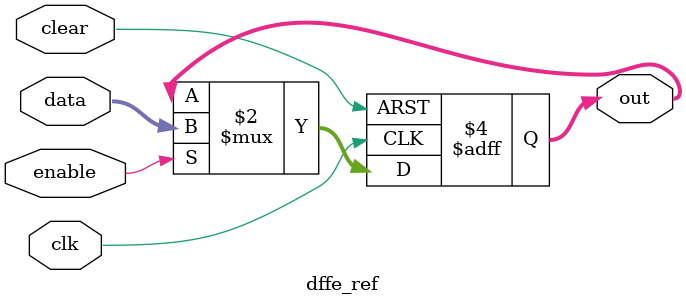
<source format=v>
module dffe_ref(
    input  wire [31:0] data,
    input  wire clk, enable, clear,
    output reg  [31:0] out
);
    always @(posedge clk, posedge clear) begin
        if (clear) begin
            out <= 32'b0;
        end else if (enable) begin
            out <= data;
        end
    end
endmodule

</source>
